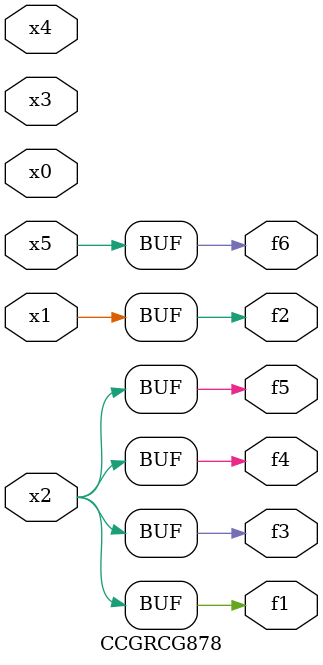
<source format=v>
module CCGRCG878(
	input x0, x1, x2, x3, x4, x5,
	output f1, f2, f3, f4, f5, f6
);
	assign f1 = x2;
	assign f2 = x1;
	assign f3 = x2;
	assign f4 = x2;
	assign f5 = x2;
	assign f6 = x5;
endmodule

</source>
